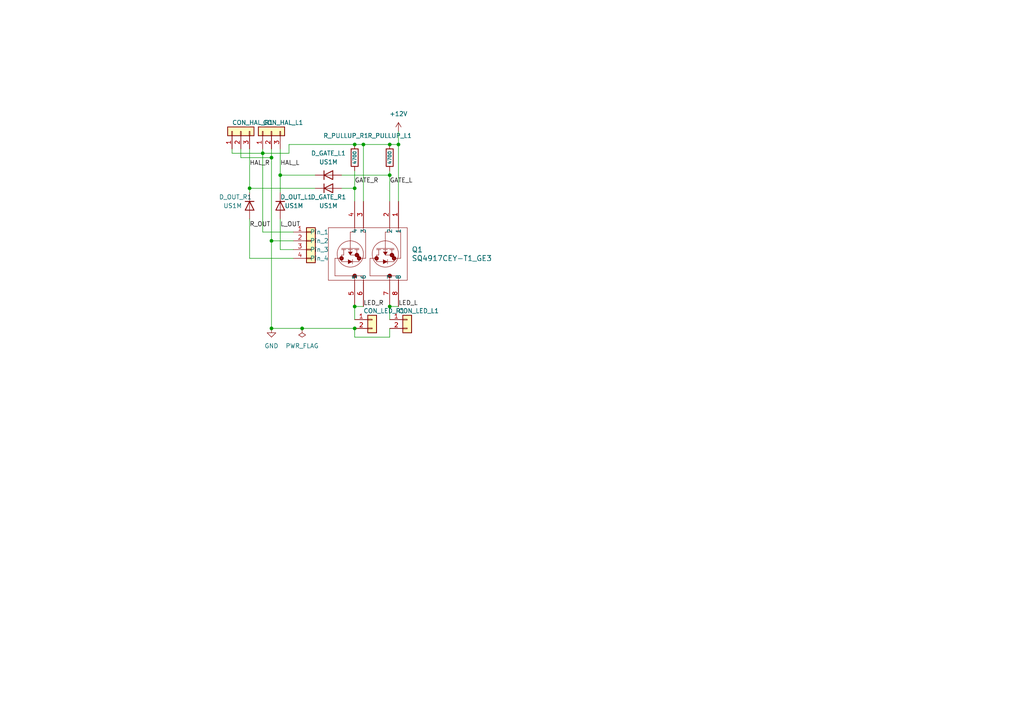
<source format=kicad_sch>
(kicad_sch (version 20230121) (generator eeschema)
  (paper "A4")
  (lib_symbols
    (symbol "Conn_01x02_1" (pin_names (offset 1.016) hide)
      (property "Reference" "J" (at 0 2.54 0))
      (property "Value" "Conn_01x02" (at 0 -5.08 0))
      (symbol "Conn_01x02_1_1_1"
        (rectangle (start -1.27 -2.413) (end 0 -2.667) (stroke (width 0.1524)))
        (rectangle (start -1.27 0.127) (end 0 -0.127) (stroke (width 0.1524)))
        (rectangle (start -1.27 1.27) (end 1.27 -3.81) (stroke (width 0.254)) (fill (type background)))
        (pin passive line (at -5.08 0 0) (length 3.81) (name "Pin_1") (number "1") (alternate "" input line) (alternate "" input line))
        (pin passive line (at -5.08 -2.54 0) (length 3.81) (name "Pin_2") (number "2") (alternate "" input line) (alternate "" input line))
      )
    )
    (symbol "Conn_01x02_2" (pin_names (offset 1.016) hide)
      (property "Reference" "J" (at 0 2.54 0))
      (property "Value" "Conn_01x02" (at 0 -5.08 0))
      (symbol "Conn_01x02_2_1_1"
        (rectangle (start -1.27 -2.413) (end 0 -2.667) (stroke (width 0.1524)))
        (rectangle (start -1.27 0.127) (end 0 -0.127) (stroke (width 0.1524)))
        (rectangle (start -1.27 1.27) (end 1.27 -3.81) (stroke (width 0.254)) (fill (type background)))
        (pin passive line (at -5.08 0 0) (length 3.81) (name "Pin_1") (number "1") (alternate "" input line) (alternate "" input line))
        (pin passive line (at -5.08 -2.54 0) (length 3.81) (name "Pin_2") (number "2") (alternate "" input line) (alternate "" input line))
      )
    )
    (symbol "Conn_01x03_1" (pin_names (offset 1.016) hide)
      (property "Reference" "J" (at 0 5.08 0))
      (property "Value" "Conn_01x03" (at 0 -5.08 0))
      (symbol "Conn_01x03_1_1_1"
        (rectangle (start -1.27 -2.413) (end 0 -2.667) (stroke (width 0.1524)))
        (rectangle (start -1.27 0.127) (end 0 -0.127) (stroke (width 0.1524)))
        (rectangle (start -1.27 2.667) (end 0 2.413) (stroke (width 0.1524)))
        (rectangle (start -1.27 3.81) (end 1.27 -3.81) (stroke (width 0.254)) (fill (type background)))
        (pin passive line (at -5.08 2.54 0) (length 3.81) (name "Pin_1") (number "1") (alternate "" input line) (alternate "" input line))
        (pin passive line (at -5.08 0 0) (length 3.81) (name "Pin_2") (number "2") (alternate "" input line) (alternate "" input line))
        (pin passive line (at -5.08 -2.54 0) (length 3.81) (name "Pin_3") (number "3") (alternate "" input line) (alternate "" input line))
      )
    )
    (symbol "Connector_Generic:Conn_01x03" (pin_names (offset 1.016) hide)
      (property "Reference" "J" (at 0 5.08 0))
      (property "Value" "Conn_01x03" (at 0 -5.08 0))
      (symbol "Conn_01x03_1_1"
        (rectangle (start -1.27 -2.413) (end 0 -2.667) (stroke (width 0.1524)))
        (rectangle (start -1.27 0.127) (end 0 -0.127) (stroke (width 0.1524)))
        (rectangle (start -1.27 2.667) (end 0 2.413) (stroke (width 0.1524)))
        (rectangle (start -1.27 3.81) (end 1.27 -3.81) (stroke (width 0.254)) (fill (type background)))
        (pin passive line (at -5.08 2.54 0) (length 3.81) (name "Pin_1") (number "1") (alternate "" input line) (alternate "" input line))
        (pin passive line (at -5.08 0 0) (length 3.81) (name "Pin_2") (number "2") (alternate "" input line) (alternate "" input line))
        (pin passive line (at -5.08 -2.54 0) (length 3.81) (name "Pin_3") (number "3") (alternate "" input line) (alternate "" input line))
      )
    )
    (symbol "Connector_Generic:Conn_01x04" (pin_names (offset 1.016))
      (property "Reference" "J" (at 0 5.08 0))
      (property "Value" "Conn_01x04" (at 0 -7.62 0))
      (symbol "Conn_01x04_1_1"
        (rectangle (start -1.27 -4.953) (end 0 -5.207) (stroke (width 0.1524)))
        (rectangle (start -1.27 -2.413) (end 0 -2.667) (stroke (width 0.1524)))
        (rectangle (start -1.27 0.127) (end 0 -0.127) (stroke (width 0.1524)))
        (rectangle (start -1.27 2.667) (end 0 2.413) (stroke (width 0.1524)))
        (rectangle (start -1.27 3.81) (end 1.27 -6.35) (stroke (width 0.254)) (fill (type background)))
        (pin passive line (at -5.08 2.54 0) (length 3.81) (name "Pin_1") (number "1") (alternate "" input line) (alternate "" input line))
        (pin passive line (at -5.08 0 0) (length 3.81) (name "Pin_2") (number "2") (alternate "" input line) (alternate "" input line))
        (pin passive line (at -5.08 -2.54 0) (length 3.81) (name "Pin_3") (number "3") (alternate "" input line) (alternate "" input line))
        (pin passive line (at -5.08 -5.08 0) (length 3.81) (name "Pin_4") (number "4") (alternate "" input line) (alternate "" input line))
      )
    )
    (symbol "Device:R" (pin_numbers hide) (pin_names (offset 0))
      (property "Reference" "R" (at 2.032 0 90))
      (property "Value" "R" (at 0 0 90))
      (symbol "R_0_1"
        (rectangle (start -1.016 -2.54) (end 1.016 2.54) (stroke (width 0.254)))
      )
      (symbol "R_1_1"
        (pin passive line (at 0 3.81 270) (length 1.27) (name "~") (number "1"))
        (pin passive line (at 0 -3.81 90) (length 1.27) (name "~") (number "2"))
      )
    )
    (symbol "Diode:US1M" (pin_numbers hide) (pin_names hide)
      (property "Reference" "D" (at 0 2.54 0))
      (property "Value" "US1M" (at 0 -2.54 0))
      (symbol "US1M_0_1"
        (polyline (pts (xy -1.27 1.27) (xy -1.27 -1.27)) (stroke (width 0.254)))
        (polyline (pts (xy 1.27 0) (xy -1.27 0)))
        (polyline (pts (xy 1.27 1.27) (xy 1.27 -1.27) (xy -1.27 0) (xy 1.27 1.27)) (stroke (width 0.254)))
      )
      (symbol "US1M_1_1"
        (pin passive line (at -3.81 0 0) (length 2.54) (name "K") (number "1"))
        (pin passive line (at 3.81 0 180) (length 2.54) (name "A") (number "2"))
      )
    )
    (symbol "SQ4917CEY:SQ4917CEY-T1_GE3" (pin_names (offset 0.254))
      (property "Reference" "Q" (at 15.24 7.62 0))
      (property "Value" "SQ4917CEY-T1_GE3" (at 15.24 5.08 0))
      (symbol "SQ4917CEY-T1_GE3_0_1"
        (polyline (pts (xy 7.62 -20.32) (xy 22.86 -20.32)) (stroke (width 0.127)))
        (polyline (pts (xy 7.62 -12.7) (xy 8.89 -12.7)) (stroke (width 0.127)))
        (polyline (pts (xy 7.62 -10.16) (xy 8.89 -10.16)) (stroke (width 0.127)))
        (polyline (pts (xy 7.62 -2.54) (xy 8.89 -2.54)) (stroke (width 0.127)))
        (polyline (pts (xy 7.62 0) (xy 8.89 0)) (stroke (width 0.127)))
        (polyline (pts (xy 7.62 2.54) (xy 7.62 -20.32)) (stroke (width 0.127)))
        (polyline (pts (xy 8.89 -13.97) (xy 13.6525 -13.97)) (stroke (width 0.127)))
        (polyline (pts (xy 8.89 -12.7) (xy 8.89 -13.97)) (stroke (width 0.127)))
        (polyline (pts (xy 8.89 -10.16) (xy 8.89 -9.525)) (stroke (width 0.127)))
        (polyline (pts (xy 8.89 -9.525) (xy 16.51 -9.525)) (stroke (width 0.127)))
        (polyline (pts (xy 8.89 -3.81) (xy 13.6525 -3.81)) (stroke (width 0.127)))
        (polyline (pts (xy 8.89 -2.54) (xy 8.89 -3.81)) (stroke (width 0.127)))
        (polyline (pts (xy 8.89 0) (xy 8.89 0.635)) (stroke (width 0.127)))
        (polyline (pts (xy 8.89 0.635) (xy 16.51 0.635)) (stroke (width 0.127)))
        (polyline (pts (xy 13.6525 -11.43) (xy 13.6525 -16.51)) (stroke (width 0.127)))
        (polyline (pts (xy 13.6525 -1.27) (xy 13.6525 -6.35)) (stroke (width 0.127)))
        (polyline (pts (xy 13.97 -15.875) (xy 15.5575 -15.875)) (stroke (width 0.127)))
        (polyline (pts (xy 13.97 -15.24) (xy 13.97 -16.51)) (stroke (width 0.127)))
        (polyline (pts (xy 13.97 -13.335) (xy 13.97 -14.605)) (stroke (width 0.127)))
        (polyline (pts (xy 13.97 -12.065) (xy 15.5575 -12.065)) (stroke (width 0.127)))
        (polyline (pts (xy 13.97 -11.43) (xy 13.97 -12.7)) (stroke (width 0.127)))
        (polyline (pts (xy 13.97 -5.715) (xy 15.5575 -5.715)) (stroke (width 0.127)))
        (polyline (pts (xy 13.97 -5.08) (xy 13.97 -6.35)) (stroke (width 0.127)))
        (polyline (pts (xy 13.97 -3.175) (xy 13.97 -4.445)) (stroke (width 0.127)))
        (polyline (pts (xy 13.97 -1.905) (xy 15.5575 -1.905)) (stroke (width 0.127)))
        (polyline (pts (xy 13.97 -1.27) (xy 13.97 -2.54)) (stroke (width 0.127)))
        (polyline (pts (xy 14.605 -13.97) (xy 13.97 -13.97)) (stroke (width 0.127)))
        (polyline (pts (xy 14.605 -3.81) (xy 13.97 -3.81)) (stroke (width 0.127)))
        (polyline (pts (xy 15.5575 -16.51) (xy 17.4625 -16.51)) (stroke (width 0.127)))
        (polyline (pts (xy 15.5575 -15.875) (xy 15.5575 -16.51)) (stroke (width 0.127)))
        (polyline (pts (xy 15.5575 -11.43) (xy 15.5575 -13.97)) (stroke (width 0.127)))
        (polyline (pts (xy 15.5575 -11.43) (xy 17.4625 -11.43)) (stroke (width 0.127)))
        (polyline (pts (xy 15.5575 -6.35) (xy 17.4625 -6.35)) (stroke (width 0.127)))
        (polyline (pts (xy 15.5575 -5.715) (xy 15.5575 -6.35)) (stroke (width 0.127)))
        (polyline (pts (xy 15.5575 -1.27) (xy 15.5575 -3.81)) (stroke (width 0.127)))
        (polyline (pts (xy 15.5575 -1.27) (xy 17.4625 -1.27)) (stroke (width 0.127)))
        (polyline (pts (xy 16.51 -18.415) (xy 16.51 -16.51)) (stroke (width 0.127)))
        (polyline (pts (xy 16.51 -9.525) (xy 16.51 -11.43)) (stroke (width 0.127)))
        (polyline (pts (xy 16.51 -8.255) (xy 16.51 -6.35)) (stroke (width 0.127)))
        (polyline (pts (xy 16.51 0.635) (xy 16.51 -1.27)) (stroke (width 0.127)))
        (polyline (pts (xy 16.8275 -13.335) (xy 18.0975 -13.335)) (stroke (width 0.127)))
        (polyline (pts (xy 16.8275 -3.175) (xy 18.0975 -3.175)) (stroke (width 0.127)))
        (polyline (pts (xy 17.4625 -14.605) (xy 17.4625 -16.51)) (stroke (width 0.127)))
        (polyline (pts (xy 17.4625 -11.43) (xy 17.4625 -13.335)) (stroke (width 0.127)))
        (polyline (pts (xy 17.4625 -4.445) (xy 17.4625 -6.35)) (stroke (width 0.127)))
        (polyline (pts (xy 17.4625 -1.27) (xy 17.4625 -3.175)) (stroke (width 0.127)))
        (polyline (pts (xy 21.59 -18.415) (xy 16.51 -18.415)) (stroke (width 0.127)))
        (polyline (pts (xy 21.59 -18.415) (xy 21.59 -10.16)) (stroke (width 0.127)))
        (polyline (pts (xy 21.59 -8.255) (xy 16.51 -8.255)) (stroke (width 0.127)))
        (polyline (pts (xy 21.59 -8.255) (xy 21.59 0)) (stroke (width 0.127)))
        (polyline (pts (xy 22.86 -20.32) (xy 22.86 2.54)) (stroke (width 0.127)))
        (polyline (pts (xy 22.86 -12.7) (xy 21.59 -12.7)) (stroke (width 0.127)))
        (polyline (pts (xy 22.86 -10.16) (xy 21.59 -10.16)) (stroke (width 0.127)))
        (polyline (pts (xy 22.86 -2.54) (xy 21.59 -2.54)) (stroke (width 0.127)))
        (polyline (pts (xy 22.86 0) (xy 21.59 0)) (stroke (width 0.127)))
        (polyline (pts (xy 22.86 2.54) (xy 7.62 2.54)) (stroke (width 0.127)))
        (polyline (pts (xy 14.605 -13.335) (xy 15.5575 -13.97) (xy 14.605 -14.605)) (stroke (width 0.0254)) (fill (type outline)))
        (polyline (pts (xy 14.605 -3.175) (xy 15.5575 -3.81) (xy 14.605 -4.445)) (stroke (width 0.0254)) (fill (type outline)))
        (polyline (pts (xy 16.8275 -14.605) (xy 18.0975 -14.605) (xy 17.4625 -13.335)) (stroke (width 0.0254)) (fill (type outline)))
        (polyline (pts (xy 16.8275 -4.445) (xy 18.0975 -4.445) (xy 17.4625 -3.175)) (stroke (width 0.0254)) (fill (type outline)))
        (circle (center 15.24 -13.97) (radius 3.81) (stroke (width 0.127)))
        (circle (center 15.24 -3.81) (radius 3.81) (stroke (width 0.127)))
        (circle (center 15.5575 -12.065) (radius 0.127) (stroke (width 0.508)))
        (circle (center 15.5575 -1.905) (radius 0.127) (stroke (width 0.508)))
        (circle (center 16.51 -16.51) (radius 0.127) (stroke (width 0.508)))
        (circle (center 16.51 -11.43) (radius 0.127) (stroke (width 0.508)))
        (circle (center 16.51 -6.35) (radius 0.127) (stroke (width 0.508)))
        (circle (center 16.51 -1.27) (radius 0.127) (stroke (width 0.508)))
        (circle (center 21.59 -12.7) (radius 0.127) (stroke (width 0.508)))
        (circle (center 21.59 -2.54) (radius 0.127) (stroke (width 0.508)))
        (pin unspecified line (at 0 0 0) (length 7.62) (name "1") (number "1"))
        (pin unspecified line (at 0 -2.54 0) (length 7.62) (name "2") (number "2"))
        (pin unspecified line (at 0 -10.16 0) (length 7.62) (name "3") (number "3"))
        (pin unspecified line (at 0 -12.7 0) (length 7.62) (name "4") (number "4"))
        (pin unspecified line (at 30.48 -12.7 180) (length 7.62) (name "5") (number "5"))
        (pin unspecified line (at 30.48 -10.16 180) (length 7.62) (name "6") (number "6"))
        (pin unspecified line (at 30.48 -2.54 180) (length 7.62) (name "7") (number "7"))
        (pin unspecified line (at 30.48 0 180) (length 7.62) (name "8") (number "8"))
      )
    )
    (symbol "power:+12V" (power) (pin_names (offset 0))
      (property "Value" "+12V" (at 0 3.556 0))
      (symbol "+12V_0_1"
        (polyline (pts (xy -0.762 1.27) (xy 0 2.54)))
        (polyline (pts (xy 0 0) (xy 0 2.54)))
        (polyline (pts (xy 0 2.54) (xy 0.762 1.27)))
      )
      (symbol "+12V_1_1"
        (pin power_in line (at 0 0 90) (length 0) hide (name "+12V") (number "1"))
      )
    )
    (symbol "power:GND" (power) (pin_names (offset 0))
      (property "Value" "GND" (at 0 -3.81 0))
      (symbol "GND_0_1"
        (polyline (pts (xy 0 0) (xy 0 -1.27) (xy 1.27 -1.27) (xy 0 -2.54) (xy -1.27 -1.27) (xy 0 -1.27)))
      )
      (symbol "GND_1_1"
        (pin power_in line (at 0 0 270) (length 0) hide (name "GND") (number "1"))
      )
    )
    (symbol "power:PWR_FLAG" (power) (pin_numbers hide) (pin_names (offset 0) hide)
      (property "Value" "PWR_FLAG" (at 0 3.81 0))
      (symbol "PWR_FLAG_0_0"
        (pin power_out line (at 0 0 90) (length 0) (name "pwr") (number "1"))
      )
      (symbol "PWR_FLAG_0_1"
        (polyline (pts (xy 0 0) (xy 0 1.27) (xy -1.016 1.905) (xy 0 2.54) (xy 1.016 1.905) (xy 0 1.27)))
      )
    )
  )
  (junction (at 113.03 88.9))
  (junction (at 113.03 41.91))
  (junction (at 78.74 45.72))
  (junction (at 102.87 95.25))
  (junction (at 115.57 41.91))
  (junction (at 76.2 44.45))
  (junction (at 78.74 95.25))
  (junction (at 87.63 95.25))
  (junction (at 78.74 69.85))
  (junction (at 102.87 88.9))
  (junction (at 102.87 41.91))
  (junction (at 72.39 54.61))
  (junction (at 102.87 54.61))
  (junction (at 81.28 50.8))
  (junction (at 105.41 41.91))
  (junction (at 113.03 50.8))
  (wire (pts (xy 72.39 54.61) (xy 72.39 55.88)))
  (wire (pts (xy 78.74 69.85) (xy 85.09 69.85)))
  (wire (pts (xy 87.63 95.25) (xy 102.87 95.25)))
  (wire (pts (xy 102.87 49.53) (xy 102.87 54.61)))
  (wire (pts (xy 102.87 41.91) (xy 83.82 41.91)))
  (wire (pts (xy 76.2 44.45) (xy 76.2 67.31)))
  (wire (pts (xy 102.87 88.9) (xy 102.87 92.71)))
  (wire (pts (xy 83.82 41.91) (xy 83.82 44.45)))
  (wire (pts (xy 113.03 95.25) (xy 113.03 97.79)))
  (wire (pts (xy 81.28 43.18) (xy 81.28 50.8)))
  (wire (pts (xy 76.2 44.45) (xy 76.2 43.18)))
  (wire (pts (xy 81.28 63.5) (xy 81.28 72.39)))
  (wire (pts (xy 102.87 97.79) (xy 102.87 95.25)))
  (wire (pts (xy 81.28 50.8) (xy 81.28 55.88)))
  (wire (pts (xy 72.39 74.93) (xy 85.09 74.93)))
  (wire (pts (xy 115.57 41.91) (xy 115.57 58.42)))
  (wire (pts (xy 72.39 43.18) (xy 72.39 54.61)))
  (wire (pts (xy 113.03 49.53) (xy 113.03 50.8)))
  (wire (pts (xy 99.06 54.61) (xy 102.87 54.61)))
  (wire (pts (xy 67.31 44.45) (xy 76.2 44.45)))
  (wire (pts (xy 67.31 43.18) (xy 67.31 44.45)))
  (wire (pts (xy 113.03 88.9) (xy 115.57 88.9)))
  (wire (pts (xy 105.41 41.91) (xy 113.03 41.91)))
  (wire (pts (xy 113.03 88.9) (xy 113.03 92.71)))
  (wire (pts (xy 83.82 44.45) (xy 76.2 44.45)))
  (wire (pts (xy 78.74 45.72) (xy 78.74 43.18)))
  (wire (pts (xy 81.28 50.8) (xy 91.44 50.8)))
  (wire (pts (xy 72.39 54.61) (xy 91.44 54.61)))
  (wire (pts (xy 105.41 41.91) (xy 105.41 58.42)))
  (wire (pts (xy 102.87 54.61) (xy 102.87 58.42)))
  (wire (pts (xy 115.57 38.1) (xy 115.57 41.91)))
  (wire (pts (xy 113.03 97.79) (xy 102.87 97.79)))
  (wire (pts (xy 72.39 63.5) (xy 72.39 74.93)))
  (wire (pts (xy 113.03 50.8) (xy 113.03 58.42)))
  (wire (pts (xy 81.28 72.39) (xy 85.09 72.39)))
  (wire (pts (xy 69.85 43.18) (xy 69.85 45.72)))
  (wire (pts (xy 76.2 67.31) (xy 85.09 67.31)))
  (wire (pts (xy 102.87 41.91) (xy 105.41 41.91)))
  (wire (pts (xy 69.85 45.72) (xy 78.74 45.72)))
  (wire (pts (xy 102.87 88.9) (xy 105.41 88.9)))
  (wire (pts (xy 99.06 50.8) (xy 113.03 50.8)))
  (wire (pts (xy 78.74 45.72) (xy 78.74 69.85)))
  (wire (pts (xy 78.74 95.25) (xy 87.63 95.25)))
  (wire (pts (xy 113.03 41.91) (xy 115.57 41.91)))
  (wire (pts (xy 78.74 95.25) (xy 78.74 69.85)))
  (label "GATE_R" (at 102.87 53.34 0))
  (label "R_OUT" (at 72.39 66.04 0))
  (label "L_OUT" (at 81.28 66.04 0))
  (label "GATE_L" (at 113.03 53.34 0))
  (label "LED_R" (at 105.41 88.9 0))
  (label "HAL_L" (at 81.28 48.26 0))
  (label "LED_L" (at 115.57 88.9 0))
  (label "HAL_R" (at 72.39 48.26 0))
  (symbol (lib_name "Conn_01x02_2") (lib_id "Connector_Generic:Conn_01x02") (at 107.95 92.71 0) (unit 1) (in_bom no)
    (property "Reference" "CON_LED_R1" (at 105.41 90.17 0) (effects (justify left)))
    (property "Value" "Conn_01x02" (effects hide))
    (property "Footprint" "Connector_PinHeader_2.00mm:PinHeader_1x02_P2.00mm_Vertical" (effects hide))
    (pin "1" (alternate "+"))
    (pin "2" (alternate "-"))
  )
  (symbol (lib_id "power:GND") (at 78.74 95.25 0) (unit 1)
    (property "Reference" "#PWR01" (effects hide))
    (property "Value" "GND" (at 78.74 100.33 0))
  )
  (symbol (lib_id "Diode:US1M") (at 72.39 59.69 270) (unit 1)
    (property "Reference" "D_OUT_R1" (at 63.5 57.15 90) (effects (justify left)))
    (property "Value" "US1M" (at 64.77 59.69 90) (effects (justify left)))
    (property "Footprint" "Diode_SMD:D_SMA" (effects hide))
    (property "Datasheet" "https://www.diodes.com/assets/Datasheets/ds16008.pdf" (effects hide))
    (property "Sim.Device" "D" (effects hide))
    (property "Sim.Pins" "1=K 2=A" (effects hide))
  )
  (symbol (lib_id "Diode:US1M") (at 95.25 50.8 0) (unit 1)
    (property "Reference" "D_GATE_L1" (at 95.25 44.45 0))
    (property "Value" "US1M" (at 95.25 46.99 0))
    (property "Footprint" "Diode_SMD:D_SMA" (effects hide))
    (property "Datasheet" "https://www.diodes.com/assets/Datasheets/ds16008.pdf" (effects hide))
    (property "Sim.Device" "D" (effects hide))
    (property "Sim.Pins" "1=K 2=A" (effects hide))
  )
  (symbol (lib_id "Connector_Generic:Conn_01x04") (at 90.17 69.85 0) (unit 1) (in_bom no)
    (property "Reference" "CON_OUT1" (effects hide))
    (property "Value" "Conn_01x04" (effects hide))
    (property "Footprint" "Connector_PinHeader_2.00mm:PinHeader_1x04_P2.00mm_Vertical" (effects hide))
    (pin "1" (alternate "+"))
    (pin "2" (alternate "-"))
    (pin "3" (alternate "L"))
    (pin "4" (alternate "R"))
  )
  (symbol (lib_id "Device:R") (at 102.87 45.72 180) (unit 1)
    (property "Reference" "R_PULLUP_R1" (at 100.33 39.37 0))
    (property "Value" "4700" (at 102.87 45.72 90) (effects (font (size 1 1))))
    (property "Footprint" "Resistor_SMD:R_2010_5025Metric" (effects hide))
  )
  (symbol (lib_name "Conn_01x02_1") (lib_id "Connector_Generic:Conn_01x02") (at 118.11 92.71 0) (unit 1) (in_bom no)
    (property "Reference" "CON_LED_L1" (at 115.57 90.17 0) (effects (justify left)))
    (property "Value" "Conn_01x02" (effects hide))
    (property "Footprint" "Connector_PinHeader_2.00mm:PinHeader_1x02_P2.00mm_Vertical" (effects hide))
    (pin "1" (alternate "+"))
    (pin "2" (alternate "-"))
  )
  (symbol (lib_id "power:+12V") (at 115.57 38.1 0) (unit 1)
    (property "Reference" "#PWR02" (effects hide))
    (property "Value" "+12V" (at 115.57 33.02 0))
  )
  (symbol (lib_id "power:PWR_FLAG") (at 87.63 95.25 180) (unit 1)
    (property "Reference" "#FLG01" (effects hide))
    (property "Value" "PWR_FLAG" (at 87.63 100.33 0))
  )
  (symbol (lib_id "Diode:US1M") (at 95.25 54.61 0) (unit 1)
    (property "Reference" "D_GATE_R1" (at 95.25 57.15 0))
    (property "Value" "US1M" (at 95.25 59.69 0))
    (property "Footprint" "Diode_SMD:D_SMA" (effects hide))
    (property "Datasheet" "https://www.diodes.com/assets/Datasheets/ds16008.pdf" (effects hide))
    (property "Sim.Device" "D" (effects hide))
    (property "Sim.Pins" "1=K 2=A" (effects hide))
  )
  (symbol (lib_name "Conn_01x03_1") (lib_id "Connector_Generic:Conn_01x03") (at 69.85 38.1 90) (unit 1) (in_bom no)
    (property "Reference" "CON_HAL_R1" (at 67.31 35.56 90) (effects (justify right)))
    (property "Value" "Conn_01x03" (effects hide))
    (property "Footprint" "Connector_PinHeader_2.00mm:PinHeader_1x03_P2.00mm_Vertical" (effects hide))
    (pin "1" (alternate "+"))
    (pin "2" (alternate "-"))
    (pin "3" (alternate "Q"))
  )
  (symbol (lib_id "Connector_Generic:Conn_01x03") (at 78.74 38.1 90) (unit 1) (in_bom no)
    (property "Reference" "CON_HAL_L1" (at 76.2 35.56 90) (effects (justify right)))
    (property "Value" "Conn_01x03" (effects hide))
    (property "Footprint" "Connector_PinHeader_2.00mm:PinHeader_1x03_P2.00mm_Vertical" (effects hide))
    (pin "1" (alternate "+"))
    (pin "2" (alternate "-"))
    (pin "3" (alternate "Q"))
  )
  (symbol (lib_id "SQ4917CEY:SQ4917CEY-T1_GE3") (at 115.57 58.42 270) (unit 1)
    (property "Reference" "Q1" (at 119.38 72.39 90) (effects (font (size 1.524 1.524)) (justify left)))
    (property "Value" "SQ4917CEY-T1_GE3" (at 119.38 74.93 90) (effects (font (size 1.524 1.524)) (justify left)))
    (property "Footprint" "SO-8_VIS" (effects hide))
    (property "Datasheet" "SQ4917CEY-T1_GE3" (effects hide))
  )
  (symbol (lib_id "Device:R") (at 113.03 45.72 180) (unit 1)
    (property "Reference" "R_PULLUP_L1" (at 113.03 39.37 0))
    (property "Value" "4700" (at 113.03 45.72 90) (effects (font (size 1 1))))
    (property "Footprint" "Resistor_SMD:R_2010_5025Metric" (effects hide))
  )
  (symbol (lib_id "Diode:US1M") (at 81.28 59.69 270) (unit 1)
    (property "Reference" "D_OUT_L1" (at 81.28 57.15 90) (effects (justify left)))
    (property "Value" "US1M" (at 82.55 59.69 90) (effects (justify left)))
    (property "Footprint" "Diode_SMD:D_SMA" (effects hide))
    (property "Datasheet" "https://www.diodes.com/assets/Datasheets/ds16008.pdf" (effects hide))
    (property "Sim.Device" "D" (effects hide))
    (property "Sim.Pins" "1=K 2=A" (effects hide))
  )
)
</source>
